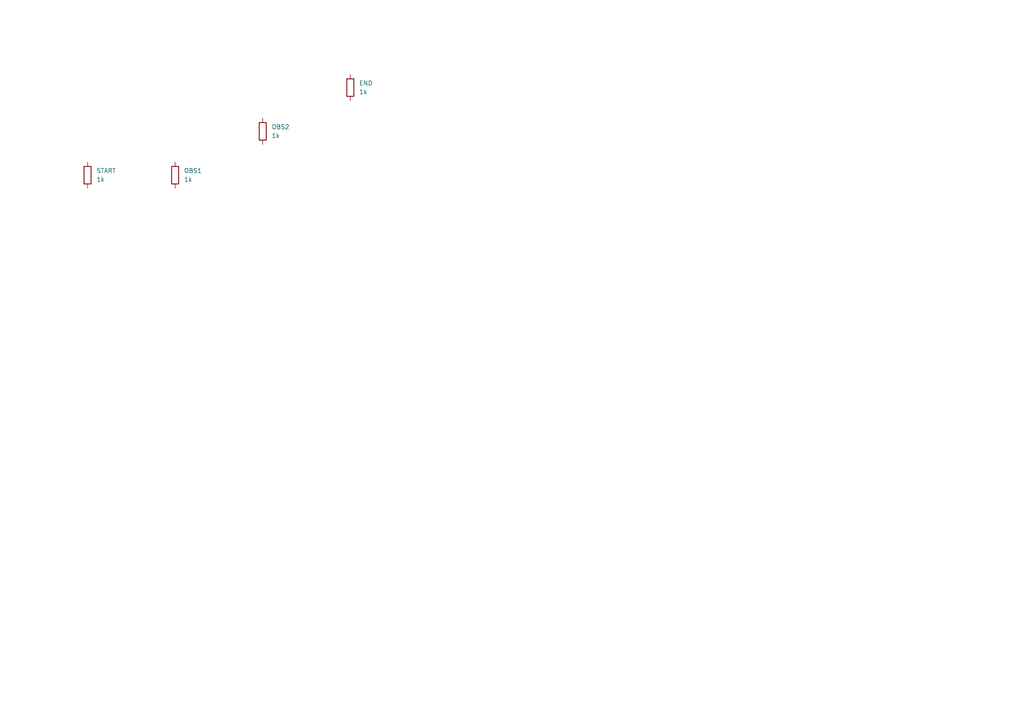
<source format=kicad_sch>
(kicad_sch (version 20250114) (generator "eeschema") (generator_version "9.0")
  (paper "A4")
  (title_block (title "Strategy Comparison"))
  (lib_symbols
    (symbol "Device:R" (pin_numbers (hide yes)) (pin_names (offset 0))
      (property "Reference" "R" (at 2.032 0 90))
      (property "Value" "R" (at 0 0 90))
      (symbol "R_0_1"
        (rectangle (start -1.016 -2.54) (end 1.016 2.54) (stroke (width 0.254)))
      )
      (symbol "R_1_1"
        (pin passive line (at 0 3.81 270) (length 1.27) (name "~") (number "1"))
        (pin passive line (at 0 -3.81 90) (length 1.27) (name "~") (number "2"))
      )
    )
  )
  (symbol (lib_id "Device:R") (at 25.4 50.8 0) (unit 1)
    (property "Reference" "START" (at 27.94 49.5299 0) (effects (justify left)))
    (property "Value" "1k" (at 27.94 52.0699 0) (effects (justify left)))
  )
  (symbol (lib_id "Device:R") (at 50.8 50.8 0) (unit 1)
    (property "Reference" "OBS1" (at 53.34 49.5299 0) (effects (justify left)))
    (property "Value" "1k" (at 53.34 52.0699 0) (effects (justify left)))
  )
  (symbol (lib_id "Device:R") (at 76.2 38.1 0) (unit 1)
    (property "Reference" "OBS2" (at 78.74 36.8299 0) (effects (justify left)))
    (property "Value" "1k" (at 78.74 39.3699 0) (effects (justify left)))
  )
  (symbol (lib_id "Device:R") (at 101.6 25.4 0) (unit 1)
    (property "Reference" "END" (at 104.14 24.1299 0) (effects (justify left)))
    (property "Value" "1k" (at 104.14 26.6699 0) (effects (justify left)))
  )
)
</source>
